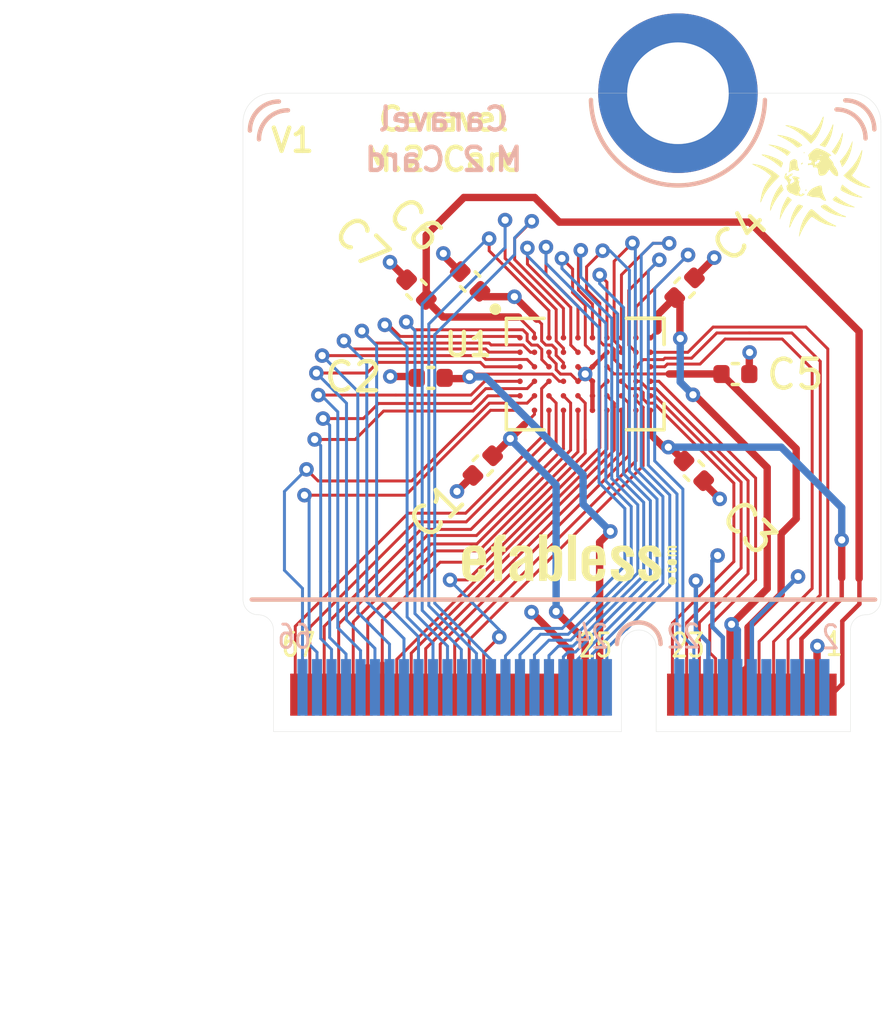
<source format=kicad_pcb>
(kicad_pcb (version 20221018) (generator pcbnew)
  (layers (0 "F.Cu" signal) (1 "In1.Cu" signal "GND") (2 "In2.Cu" signal "PWR") (31 "B.Cu" signal) (34 "B.Paste" user) (35 "F.Paste" user) (36 "B.SilkS" user "B.Silkscreen") (37 "F.SilkS" user "F.Silkscreen") (38 "B.Mask" user) (39 "F.Mask" user) (44 "Edge.Cuts" user))
  (net 0 "")
  (net 1 "GND")
  (net 2 "vccd2")
  (net 3 "vccd1")
  (net 4 "vdda2")
  (net 5 "vdda1")
  (net 6 "vddio")
  (net 7 "vdda")
  (net 8 "vccd")
  (net 14 "~{RST}")
  (net 15 "mprj_io[37]")
  (net 16 "xclk")
  (net 17 "mprj_io[36]")
  (net 18 "Caravel_CSB")
  (net 19 "mprj_io[35]")
  (net 20 "Caravel_D0")
  (net 21 "mprj_io[34]")
  (net 22 "Caravel_D1")
  (net 23 "gpio")
  (net 24 "Caravel_SCK")
  (net 25 "mprj_io[33]")
  (net 26 "mprj_io[32]")
  (net 28 "mprj_io[31]")
  (net 30 "mprj_io[30]")
  (net 32 "mprj_io[29]")
  (net 34 "mprj_io[28]")
  (net 36 "mprj_io[27]")
  (net 37 "mprj_io[0]")
  (net 38 "mprj_io[26]")
  (net 39 "mprj_io[1]_SDO")
  (net 40 "mprj_io[25]")
  (net 41 "mprj_io[2]_SDI")
  (net 42 "mprj_io[24]")
  (net 43 "mprj_io[3]_CSB")
  (net 44 "mprj_io[23]")
  (net 45 "mprj_io[4]_SCK")
  (net 46 "mprj_io[22]")
  (net 47 "mprj_io[5]_ser_rx")
  (net 48 "mprj_io[21]")
  (net 49 "mprj_io[6]_ser_tx")
  (net 50 "mprj_io[20]")
  (net 51 "mprj_io[7]")
  (net 52 "mprj_io[19]")
  (net 53 "mprj_io[8]")
  (net 54 "mprj_io[18]")
  (net 55 "mprj_io[9]")
  (net 56 "mprj_io[17]")
  (net 57 "mprj_io[10]")
  (net 58 "mprj_io[16]")
  (net 59 "mprj_io[11]")
  (net 60 "mprj_io[15]")
  (net 61 "mprj_io[12]")
  (net 62 "mprj_io[14]")
  (net 63 "mprj_io[13]")
  (footprint "Capacitor_SMD:C_0402_1005Metric" (layer "F.Cu") (at 160.542849 170.334934 -45)
    (fp_text reference "C6")
    (fp_text value "0.1uf")
  )
  (footprint "Capacitor_SMD:C_0402_1005Metric" (layer "F.Cu") (at 160.98 176.68 45)
    (fp_text reference "C1")
    (fp_text value "0.1uf")
  )
  (footprint "Caravel_Board:logo_small" (layer "F.Cu") (at 172.289333 166.701566)
    (fp_text reference "T1" hide)
    (fp_text value "Logo" hide)
  )
  (footprint "Capacitor_SMD:C_0402_1005Metric" (layer "F.Cu") (at 168.26 176.86 -45)
    (fp_text reference "C3")
    (fp_text value "0.1uf")
  )
  (footprint "Capacitor_SMD:C_0402_1005Metric" (layer "F.Cu") (at 158.692849 170.614934 -45)
    (fp_text reference "C7")
    (fp_text value "0.1uf")
  )
  (footprint "Caravel_Board:ef_logo" (layer "F.Cu") (at 163.91 179.921401)
    (fp_text reference "T2" hide)
    (fp_text value "Logo" hide)
  )
  (footprint "MicroMod-Sparkfun:MicroMod-M.2-CARD-E-22" (layer "F.Cu") (at 163.761271 185.846951)
    (fp_text reference "J1")
    (fp_text value "MICROMOD-2222-Generic")
    (fp_line (start -11.05 -21) (end -11.05 -4.55) (stroke (width 0.01)) (layer "Edge.Cuts"))
    (fp_line (start -10 0) (end -10 -3.5) (stroke (width 0.01)) (layer "Edge.Cuts"))
    (fp_line (start 2 -2.9) (end 2 0) (stroke (width 0.01)) (layer "Edge.Cuts"))
    (fp_line (start 2 0) (end -10 0) (stroke (width 0.01)) (layer "Edge.Cuts"))
    (fp_line (start 2.2 -22) (end -10.05 -22) (stroke (width 0.01)) (layer "Edge.Cuts"))
    (fp_line (start 3.2 -2.9) (end 3.2 0) (stroke (width 0.01)) (layer "Edge.Cuts"))
    (fp_line (start 9.9 -3.5) (end 9.9 0) (stroke (width 0.01)) (layer "Edge.Cuts"))
    (fp_line (start 9.9 0) (end 3.2 0) (stroke (width 0.01)) (layer "Edge.Cuts"))
    (fp_line (start 9.95 -22) (end 5.7 -22) (stroke (width 0.01)) (layer "Edge.Cuts"))
    (fp_line (start 10.95 -21) (end 10.95 -4.55) (stroke (width 0.01)) (layer "Edge.Cuts"))
    (fp_arc (start -11.05 -21) (mid -10.757106 -21.707106) (end -10.05 -22) (stroke (width 0.01)) (layer "Edge.Cuts"))
    (fp_arc (start -10.525 -4.025) (mid -10.896231 -4.178769) (end -11.05 -4.55) (stroke (width 0.01)) (layer "Edge.Cuts"))
    (fp_arc (start -10.525 -4.025) (mid -10.153769 -3.871231) (end -10 -3.5) (stroke (width 0.01)) (layer "Edge.Cuts"))
    (fp_arc (start 2 -2.9) (mid 2.6 -3.5) (end 3.2 -2.9) (stroke (width 0.01)) (layer "Edge.Cuts"))
    (fp_arc (start 5.7 -22) (mid 3.95 -20.25) (end 2.2 -22) (stroke (width 0.01)) (layer "Edge.Cuts"))
    (fp_arc (start 9.9 -3.5) (mid 10.053769 -3.871231) (end 10.425 -4.025) (stroke (width 0.01)) (layer "Edge.Cuts"))
    (fp_arc (start 9.95 -22) (mid 10.657107 -21.707107) (end 10.95 -21) (stroke (width 0.01)) (layer "Edge.Cuts"))
    (fp_arc (start 10.95 -4.55) (mid 10.796231 -4.178769) (end 10.425 -4.025) (stroke (width 0.01)) (layer "Edge.Cuts"))
  )
  (footprint "Caravel_Board:Caravel_WCSP" (layer "F.Cu") (at 164.512599 173.525184 90)
    (fp_text reference "U1")
    (fp_text value "Caravel")
  )
  (footprint "Capacitor_SMD:C_0402_1005Metric" (layer "F.Cu") (at 167.94 170.55 -135)
    (fp_text reference "C4")
    (fp_text value "0.1uf")
  )
  (footprint "Capacitor_SMD:C_0402_1005Metric" (layer "F.Cu") (at 159.182849 173.657414 180)
    (fp_text reference "C2")
    (fp_text value "0.1uf")
  )
  (footprint "Capacitor_SMD:C_0402_1005Metric" (layer "F.Cu") (at 169.692849 173.524934 180)
    (fp_text reference "C5")
    (fp_text value "0.1uf")
  )
  (gr_text "Caravel" (at 159.63 164.74) (layer "B.SilkS") (effects (font (size 0.8 0.8) (thickness 0.15) bold) (justify mirror)))
  (gr_text "M.2 Card" (at 159.63 166.13) (layer "B.SilkS") (effects (font (size 0.8 0.8) (thickness 0.15) bold) (justify mirror)))
  (gr_text "V1" (at 154.42 165.47) (layer "F.SilkS") (effects (font (size 0.8 0.8) (thickness 0.15) bold)))
  (gr_text "M.2 Card" (at 159.63 166.13) (layer "F.SilkS") (effects (font (size 0.8 0.8) (thickness 0.15) bold)))
  (gr_text "Caravel" (at 159.63 164.74) (layer "F.SilkS") (effects (font (size 0.8 0.8) (thickness 0.15) bold)))
  (segment (start 163.262599 172.923246) (end 163.511839 173.172486) (width 0.1016) (layer "F.Cu") (net 1))
  (segment (start 164.762599 173.775184) (end 164.762599 174.775184) (width 0.1524) (layer "F.Cu") (net 1))
  (segment (start 162.66 181.73) (end 164.010191 183.080191) (width 0.254) (layer "F.Cu") (net 1))
  (segment (start 165.262599 172.775184) (end 164.762599 173.275184) (width 0.1524) (layer "F.Cu") (net 1))
  (segment (start 164.762599 173.275184) (end 164.703099 173.334684) (width 0.1016) (layer "F.Cu") (net 1))
  (segment (start 163.661758 173.527783) (end 164.015198 173.527783) (width 0.1016) (layer "F.Cu") (net 1))
  (segment (start 164.512599 173.525184) (end 164.703099 173.334684) (width 0.1524) (layer "F.Cu") (net 1))
  (segment (start 170.172599 172.790184) (end 170.182599 172.780184) (width 0.254) (layer "F.Cu") (net 1))
  (segment (start 164.512599 173.525184) (end 164.262599 173.275184) (width 0.1524) (layer "F.Cu") (net 1))
  (segment (start 164.512599 173.525184) (end 164.262599 173.775184) (width 0.1524) (layer "F.Cu") (net 1))
  (segment (start 164.512599 173.525184) (end 164.762599 173.775184) (width 0.1524) (layer "F.Cu") (net 1))
  (segment (start 159.62 169.431835) (end 160.203188 170.015023) (width 0.254) (layer "F.Cu") (net 1))
  (segment (start 168.392599 170.100184) (end 168.963099 169.529684) (width 0.254) (layer "F.Cu") (net 1))
  (segment (start 164.010191 183.080191) (end 164.010191 184.574411) (width 0.254) (layer "F.Cu") (net 1))
  (segment (start 160.09 177.57) (end 160.640589 177.019411) (width 0.254) (layer "F.Cu") (net 1))
  (segment (start 163.262599 172.775184) (end 163.262599 172.923246) (width 0.1016) (layer "F.Cu") (net 1))
  (segment (start 158.353188 170.243188) (end 158.353188 170.300773) (width 0.254) (layer "F.Cu") (net 1))
  (segment (start 163.511839 173.377864) (end 163.661758 173.527783) (width 0.1016) (layer "F.Cu") (net 1))
  (segment (start 159.62 169.37) (end 159.62 169.431835) (width 0.254) (layer "F.Cu") (net 1))
  (segment (start 168.963099 169.529684) (end 168.963099 169.514934) (width 0.254) (layer "F.Cu") (net 1))
  (segment (start 169.152809 177.828559) (end 168.594345 177.270095) (width 0.254) (layer "F.Cu") (net 1))
  (segment (start 170.172599 173.550184) (end 170.172599 172.790184) (width 0.254) (layer "F.Cu") (net 1))
  (segment (start 163.511839 173.172486) (end 163.511839 173.377864) (width 0.1016) (layer "F.Cu") (net 1))
  (segment (start 164.015198 173.527783) (end 164.262599 173.775184) (width 0.1016) (layer "F.Cu") (net 1))
  (segment (start 157.79 173.61) (end 158.772783 173.61) (width 0.254) (layer "F.Cu") (net 1))
  (segment (start 157.78 169.67) (end 158.353188 170.243188) (width 0.254) (layer "F.Cu") (net 1))
  (via (at 168.33 180.65) (size 0.5) (drill 0.25) (layers "F.Cu" "B.Cu") (net 1))
  (via (at 157.79 173.61) (size 0.5) (drill 0.25) (layers "F.Cu" "B.Cu") (net 1))
  (via (at 159.62 169.37) (size 0.5) (drill 0.25) (layers "F.Cu" "B.Cu") (net 1))
  (via (at 162.66 181.73) (size 0.5) (drill 0.25) (layers "F.Cu" "B.Cu") (net 1))
  (via (at 171.85405 180.50405) (size 0.5) (drill 0.25) (layers "F.Cu" "B.Cu") (net 1))
  (via (at 170.182599 172.780184) (size 0.5) (drill 0.25) (layers "F.Cu" "B.Cu") (net 1))
  (via (at 164.512599 173.525184) (size 0.5) (drill 0.25) (layers "F.Cu" "B.Cu") (net 1))
  (via (at 168.963099 169.514934) (size 0.5) (drill 0.25) (layers "F.Cu" "B.Cu") (net 1))
  (via (at 157.78 169.67) (size 0.5) (drill 0.25) (layers "F.Cu" "B.Cu") (net 1))
  (via (at 169.152809 177.828559) (size 0.5) (drill 0.25) (layers "F.Cu" "B.Cu") (net 1))
  (via (at 160.09 177.57) (size 0.5) (drill 0.25) (layers "F.Cu" "B.Cu") (net 1))
  (segment (start 168.759991 182.789991) (end 168.759991 184.322951) (width 0.1524) (layer "B.Cu") (net 1))
  (segment (start 171.85405 180.50405) (end 170.261131 182.096969) (width 0.1524) (layer "B.Cu") (net 1))
  (segment (start 170.261131 182.096969) (end 170.261131 184.322951) (width 0.1524) (layer "B.Cu") (net 1))
  (segment (start 168.33 182.36) (end 168.759991 182.789991) (width 0.1524) (layer "B.Cu") (net 1))
  (segment (start 168.33 180.65) (end 168.33 182.36) (width 0.1524) (layer "B.Cu") (net 1))
  (segment (start 170.19 168.29) (end 163.62 168.29) (width 0.254) (layer "F.Cu") (net 2))
  (segment (start 173.97 181.45) (end 173.97 180.58) (width 0.1524) (layer "F.Cu") (net 2))
  (segment (start 159.03 168.74) (end 159.03 170.977586) (width 0.254) (layer "F.Cu") (net 2))
  (segment (start 159.612415 171.56) (end 159.03201 170.979595) (width 0.254) (layer "F.Cu") (net 2))
  (segment (start 162.762599 172.110184) (end 162.762599 172.275184) (width 0.1016) (layer "F.Cu") (net 2))
  (segment (start 173.38 184.203822) (end 173.38 182.04) (width 0.1524) (layer "F.Cu") (net 2))
  (segment (start 162.212415 171.56) (end 162.762599 172.110184) (width 0.1016) (layer "F.Cu") (net 2))
  (segment (start 163.62 168.29) (end 162.77 167.44) (width 0.254) (layer "F.Cu") (net 2))
  (segment (start 162.212415 171.56) (end 159.612415 171.56) (width 0.254) (layer "F.Cu") (net 2))
  (segment (start 160.33 167.44) (end 159.03 168.74) (width 0.254) (layer "F.Cu") (net 2))
  (segment (start 173.96 172.06) (end 170.19 168.29) (width 0.254) (layer "F.Cu") (net 2))
  (segment (start 173.38 182.04) (end 173.97 181.45) (width 0.1524) (layer "F.Cu") (net 2))
  (segment (start 162.77 167.44) (end 160.33 167.44) (width 0.254) (layer "F.Cu") (net 2))
  (segment (start 173.96 180.57) (end 173.96 172.06) (width 0.254) (layer "F.Cu") (net 2))
  (segment (start 173.009411 184.574411) (end 173.38 184.203822) (width 0.1524) (layer "F.Cu") (net 2))
  (segment (start 162.762599 174.916401) (end 162.420099 175.258901) (width 0.1016) (layer "F.Cu") (net 3))
  (segment (start 164.510571 182.710571) (end 164.510571 184.574411) (width 0.254) (layer "F.Cu") (net 3))
  (segment (start 161.338411 176.340589) (end 161.9295 175.7495) (width 0.254) (layer "F.Cu") (net 3))
  (segment (start 163.51 181.71) (end 164.510571 182.710571) (width 0.254) (layer "F.Cu") (net 3))
  (segment (start 161.9295 175.7495) (end 162.420099 175.258901) (width 0.254) (layer "F.Cu") (net 3))
  (segment (start 161.319411 176.340589) (end 161.338411 176.340589) (width 0.254) (layer "F.Cu") (net 3))
  (segment (start 162.762599 174.775184) (end 162.762599 174.916401) (width 0.1016) (layer "F.Cu") (net 3))
  (via (at 163.51 181.71) (size 0.5) (drill 0.25) (layers "F.Cu" "B.Cu") (net 3))
  (via (at 161.9295 175.7495) (size 0.5) (drill 0.25) (layers "F.Cu" "B.Cu") (net 3))
  (segment (start 163.51 177.35) (end 161.9295 175.7695) (width 0.254) (layer "B.Cu") (net 3))
  (segment (start 163.51 181.71) (end 163.51 177.35) (width 0.254) (layer "B.Cu") (net 3))
  (segment (start 161.9295 175.7695) (end 161.9295 175.7495) (width 0.1524) (layer "B.Cu") (net 3))
  (segment (start 170.009671 184.574411) (end 170.009671 183.74114) (width 0.254) (layer "F.Cu") (net 4))
  (segment (start 169.212599 173.550184) (end 169.185 173.522585) (width 0.254) (layer "F.Cu") (net 4))
  (segment (start 165.262599 173.275184) (end 165.51 173.522585) (width 0.1016) (layer "F.Cu") (net 4))
  (segment (start 171.79 178.51) (end 171.79 176.102085) (width 0.254) (layer "F.Cu") (net 4))
  (segment (start 169.185 173.522585) (end 167.410198 173.522585) (width 0.254) (layer "F.Cu") (net 4))
  (segment (start 171.27 179.03) (end 171.79 178.51) (width 0.254) (layer "F.Cu") (net 4))
  (segment (start 171.79 176.102085) (end 169.212849 173.524934) (width 0.254) (layer "F.Cu") (net 4))
  (segment (start 171.27 181.116843) (end 171.27 179.03) (width 0.254) (layer "F.Cu") (net 4))
  (segment (start 165.51 173.522585) (end 167.410198 173.522585) (width 0.1016) (layer "F.Cu") (net 4))
  (segment (start 170.13 182.256843) (end 171.27 181.116843) (width 0.254) (layer "F.Cu") (net 4))
  (segment (start 170.13 183.620811) (end 170.13 182.256843) (width 0.254) (layer "F.Cu") (net 4))
  (segment (start 170.009671 183.74114) (end 170.13 183.620811) (width 0.254) (layer "F.Cu") (net 4))
  (segment (start 165.010951 179.319049) (end 165.010951 182.529049) (width 0.254) (layer "F.Cu") (net 5))
  (segment (start 165.38 178.95) (end 165.4 178.97) (width 0.1524) (layer "F.Cu") (net 5))
  (segment (start 165.010951 182.569049) (end 165.010951 182.63) (width 0.1524) (layer "F.Cu") (net 5))
  (segment (start 165.4 178.97) (end 165.36 178.97) (width 0.254) (layer "F.Cu") (net 5))
  (segment (start 165.36 178.97) (end 165.010951 179.319049) (width 0.254) (layer "F.Cu") (net 5))
  (segment (start 160.522599 173.620184) (end 160.614999 173.527784) (width 0.1016) (layer "F.Cu") (net 5))
  (segment (start 160.522599 173.620184) (end 160.460119 173.682664) (width 0.254) (layer "F.Cu") (net 5))
  (segment (start 160.614999 173.527784) (end 163.374376 173.527784) (width 0.1016) (layer "F.Cu") (net 5))
  (segment (start 163.621776 173.775184) (end 163.762599 173.775184) (width 0.1016) (layer "F.Cu") (net 5))
  (segment (start 160.460119 173.682664) (end 159.785599 173.682664) (width 0.254) (layer "F.Cu") (net 5))
  (segment (start 163.374376 173.527784) (end 163.621776 173.775184) (width 0.1016) (layer "F.Cu") (net 5))
  (segment (start 165.010951 182.529049) (end 165.010951 182.63) (width 0.1524) (layer "F.Cu") (net 5))
  (segment (start 165.010951 182.63) (end 165.010951 184.574411) (width 0.254) (layer "F.Cu") (net 5))
  (via (at 160.522599 173.620184) (size 0.5) (drill 0.25) (layers "F.Cu" "B.Cu") (net 5))
  (via (at 165.38 178.95) (size 0.5) (drill 0.25) (layers "F.Cu" "B.Cu") (net 5))
  (segment (start 164.44 178.01) (end 164.44 176.99) (width 0.254) (layer "B.Cu") (net 5))
  (segment (start 165.38 178.95) (end 164.44 178.01) (width 0.254) (layer "B.Cu") (net 5))
  (segment (start 164.44 176.99) (end 161.070184 173.620184) (width 0.254) (layer "B.Cu") (net 5))
  (segment (start 161.070184 173.620184) (end 160.522599 173.620184) (width 0.254) (layer "B.Cu") (net 5))
  (segment (start 163.762599 173.275184) (end 163.762599 173.135864) (width 0.1016) (layer "F.Cu") (net 6))
  (segment (start 163.367515 172.527783) (end 163.154516 172.527783) (width 0.1016) (layer "F.Cu") (net 6))
  (segment (start 163.762599 173.135864) (end 163.51 172.883265) (width 0.1016) (layer "F.Cu") (net 6))
  (segment (start 163.01 172.383267) (end 163.01 171.8) (width 0.1016) (layer "F.Cu") (net 6))
  (segment (start 172.509031 182.910969) (end 172.509031 184.574411) (width 0.254) (layer "F.Cu") (net 6))
  (segment (start 163.154516 172.527783) (end 163.01 172.383267) (width 0.1016) (layer "F.Cu") (net 6))
  (segment (start 162.070772 170.860773) (end 162.846391 171.636392) (width 0.254) (layer "F.Cu") (net 6))
  (segment (start 163.51 172.670268) (end 163.367515 172.527783) (width 0.1016) (layer "F.Cu") (net 6))
  (segment (start 160.88201 170.699595) (end 161.043188 170.860773) (width 0.254) (layer "F.Cu") (net 6))
  (segment (start 163.51 172.883265) (end 163.51 172.670268) (width 0.1016) (layer "F.Cu") (net 6))
  (segment (start 163.01 171.8) (end 162.846391 171.636392) (width 0.1016) (layer "F.Cu") (net 6))
  (segment (start 161.043188 170.860773) (end 162.070772 170.860773) (width 0.254) (layer "F.Cu") (net 6))
  (via (at 172.52 182.9) (size 0.5) (drill 0.25) (layers "F.Cu" "B.Cu") (net 6))
  (via (at 169.08 179.78) (size 0.5) (drill 0.25) (layers "F.Cu" "B.Cu") (net 6))
  (via (at 162.070772 170.860773) (size 0.5) (drill 0.25) (layers "F.Cu" "B.Cu") (net 6))
  (segment (start 168.9 182.24) (end 169.260371 182.600371) (width 0.1524) (layer "B.Cu") (net 6))
  (segment (start 169.260371 182.600371) (end 169.260371 184.322951) (width 0.1524) (layer "B.Cu") (net 6))
  (segment (start 168.9 179.96) (end 168.9 182.24) (width 0.1524) (layer "B.Cu") (net 6))
  (segment (start 169.08 179.78) (end 168.9 179.96) (width 0.1524) (layer "B.Cu") (net 6))
  (segment (start 167.46 176.06) (end 167.911273 176.511273) (width 0.254) (layer "F.Cu") (net 7))
  (segment (start 166.78941 175.61941) (end 166.78941 175.606995) (width 0.254) (layer "F.Cu") (net 7))
  (segment (start 173.36 181.26) (end 171.97 182.65) (width 0.1524) (layer "F.Cu") (net 7))
  (segment (start 173.36 180.55) (end 173.36 181.26) (width 0.1524) (layer "F.Cu") (net 7))
  (segment (start 167.21575 176.04575) (end 166.78941 175.61941) (width 0.254) (layer "F.Cu") (net 7))
  (segment (start 173.36 179.24) (end 173.36 180.55) (width 0.254) (layer "F.Cu") (net 7))
  (segment (start 166.762599 175.594434) (end 166.762599 174.775184) (width 0.1016) (layer "F.Cu") (net 7))
  (segment (start 171.97 182.65) (end 171.97 184.53322) (width 0.1524) (layer "F.Cu") (net 7))
  (segment (start 171.97 184.53322) (end 172.011191 184.574411) (width 0.1524) (layer "F.Cu") (net 7))
  (via (at 167.38 176.04575) (size 0.5) (drill 0.25) (layers "F.Cu" "B.Cu") (net 7))
  (via (at 173.36 179.24) (size 0.5) (drill 0.25) (layers "F.Cu" "B.Cu") (net 7))
  (segment (start 171.27575 176.04575) (end 167.38 176.04575) (width 0.254) (layer "B.Cu") (net 7))
  (segment (start 173.36 178.13) (end 171.27575 176.04575) (width 0.254) (layer "B.Cu") (net 7))
  (segment (start 173.36 179.24) (end 173.36 178.13) (width 0.254) (layer "B.Cu") (net 7))
  (segment (start 167.02 171.472783) (end 167.02 172.017783) (width 0.254) (layer "F.Cu") (net 8))
  (segment (start 168.28 174.24) (end 168.23 174.24) (width 0.254) (layer "F.Cu") (net 8))
  (segment (start 166.762599 172.275184) (end 166.995099 172.042684) (width 0.1016) (layer "F.Cu") (net 8))
  (segment (start 167.02 172.017783) (end 166.995099 172.042684) (width 0.254) (layer "F.Cu") (net 8))
  (segment (start 169.56 182.15) (end 169.509291 182.200709) (width 0.254) (layer "F.Cu") (net 8))
  (segment (start 167.78 171.068822) (end 167.78 172.29) (width 0.254) (layer "F.Cu") (net 8))
  (segment (start 170.79 180.92) (end 170.79 176.75) (width 0.254) (layer "F.Cu") (net 8))
  (segment (start 167.78 172.29) (end 167.79 172.3) (width 0.254) (layer "F.Cu") (net 8))
  (segment (start 167.713777 170.779006) (end 167.02 171.472783) (width 0.254) (layer "F.Cu") (net 8))
  (segment (start 170.79 176.75) (end 168.28 174.24) (width 0.254) (layer "F.Cu") (net 8))
  (segment (start 167.600589 170.889411) (end 167.78 171.068822) (width 0.254) (layer "F.Cu") (net 8))
  (segment (start 169.509291 182.200709) (end 169.509291 184.574411) (width 0.254) (layer "F.Cu") (net 8))
  (segment (start 169.56 182.15) (end 170.79 180.92) (width 0.254) (layer "F.Cu") (net 8))
  (via (at 167.79 172.3) (size 0.5) (drill 0.25) (layers "F.Cu" "B.Cu") (net 8))
  (via (at 168.23 174.24) (size 0.5) (drill 0.25) (layers "F.Cu" "B.Cu") (net 8))
  (via (at 169.56 182.15) (size 0.5) (drill 0.25) (layers "F.Cu" "B.Cu") (net 8))
  (segment (start 167.79 173.8) (end 168.23 174.24) (width 0.254) (layer "B.Cu") (net 8))
  (segment (start 169.56 182.15) (end 169.760751 182.350751) (width 0.254) (layer "B.Cu") (net 8))
  (segment (start 169.760751 182.350751) (end 169.760751 184.322951) (width 0.254) (layer "B.Cu") (net 8))
  (segment (start 167.79 172.3) (end 167.79 173.8) (width 0.254) (layer "B.Cu") (net 8))
  (segment (start 168.9232 171.9068) (end 172.1268 171.9068) (width 0.1016) (layer "F.Cu") (net 14))
  (segment (start 171.510811 182.680109) (end 171.510811 184.574411) (width 0.1016) (layer "F.Cu") (net 14))
  (segment (start 172.1268 171.9068) (end 172.88 172.66) (width 0.1016) (layer "F.Cu") (net 14))
  (segment (start 172.88 172.66) (end 172.88 181.31) (width 0.1016) (layer "F.Cu") (net 14))
  (segment (start 172.23 181.96) (end 172.23 181.96092) (width 0.1016) (layer "F.Cu") (net 14))
  (segment (start 172.23 181.96092) (end 171.510811 182.680109) (width 0.1016) (layer "F.Cu") (net 14))
  (segment (start 172.88 181.31) (end 172.23 181.96) (width 0.1016) (layer "F.Cu") (net 14))
  (segment (start 166.762599 172.775184) (end 168.054816 172.775184) (width 0.1016) (layer "F.Cu") (net 14))
  (segment (start 168.054816 172.775184) (end 168.9232 171.9068) (width 0.1016) (layer "F.Cu") (net 14))
  (segment (start 166.262599 171.217401) (end 166.262599 172.275184) (width 0.1016) (layer "F.Cu") (net 15))
  (segment (start 168.06 169.42) (end 166.262599 171.217401) (width 0.1016) (layer "F.Cu") (net 15))
  (via (at 168.06 169.42) (size 0.5) (drill 0.25) (layers "F.Cu" "B.Cu") (net 15))
  (segment (start 166.91 176.52) (end 167.8814 177.4914) (width 0.1016) (layer "B.Cu") (net 15))
  (segment (start 168.259611 182.939611) (end 168.259611 184.322951) (width 0.1016) (layer "B.Cu") (net 15))
  (segment (start 167.8814 177.4914) (end 167.8814 182.5614) (width 0.1016) (layer "B.Cu") (net 15))
  (segment (start 168.06 169.42) (end 166.91 170.57) (width 0.1016) (layer "B.Cu") (net 15))
  (segment (start 166.91 170.57) (end 166.91 176.52) (width 0.1016) (layer "B.Cu") (net 15))
  (segment (start 167.8814 182.5614) (end 168.259611 182.939611) (width 0.1016) (layer "B.Cu") (net 15))
  (segment (start 171.64 172.11) (end 170.155906 172.11) (width 0.1016) (layer "F.Cu") (net 16))
  (segment (start 172.62 181.14) (end 172.62 173.09) (width 0.1016) (layer "F.Cu") (net 16))
  (segment (start 168.181605 172.978395) (end 169.05 172.11) (width 0.1016) (layer "F.Cu") (net 16))
  (segment (start 169.05 172.11) (end 170.21 172.11) (width 0.1016) (layer "F.Cu") (net 16))
  (segment (start 172.62 173.09) (end 171.64 172.11) (width 0.1016) (layer "F.Cu") (net 16))
  (segment (start 167.26177 172.978395) (end 168.181605 172.978395) (width 0.1016) (layer "F.Cu") (net 16))
  (segment (start 171.010431 184.574411) (end 171.010431 182.749569) (width 0.1016) (layer "F.Cu") (net 16))
  (segment (start 166.51 173.027783) (end 167.212382 173.027783) (width 0.1016) (layer "F.Cu") (net 16))
  (segment (start 167.212382 173.027783) (end 167.26177 172.978395) (width 0.1016) (layer "F.Cu") (net 16))
  (segment (start 166.262599 173.275184) (end 166.51 173.027783) (width 0.1016) (layer "F.Cu") (net 16))
  (segment (start 171.010431 182.749569) (end 172.62 181.14) (width 0.1016) (layer "F.Cu") (net 16))
  (segment (start 167.069744 169.589915) (end 166.015198 170.644461) (width 0.1016) (layer "F.Cu") (net 17))
  (segment (start 166.015198 170.644461) (end 166.015198 172.527783) (width 0.1016) (layer "F.Cu") (net 17))
  (segment (start 166.015198 172.527783) (end 166.262599 172.775184) (width 0.1016) (layer "F.Cu") (net 17))
  (via (at 167.069744 169.589915) (size 0.5) (drill 0.25) (layers "F.Cu" "B.Cu") (net 17))
  (segment (start 166.69 176.67) (end 167.6782 177.6582) (width 0.1016) (layer "B.Cu") (net 17))
  (segment (start 167.069744 169.589915) (end 166.69 169.969659) (width 0.1016) (layer "B.Cu") (net 17))
  (segment (start 167.6782 177.6582) (end 167.6782 184.24192) (width 0.1016) (layer "B.Cu") (net 17))
  (segment (start 166.69 169.969659) (end 166.69 176.67) (width 0.1016) (layer "B.Cu") (net 17))
  (segment (start 167.6782 184.24192) (end 167.759231 184.322951) (width 0.1016) (layer "B.Cu") (net 17))
  (segment (start 167.345942 173.181606) (end 167.252364 173.275184) (width 0.1016) (layer "F.Cu") (net 18))
  (segment (start 167.252364 173.275184) (end 166.762599 173.275184) (width 0.1016) (layer "F.Cu") (net 18))
  (segment (start 172.34 173.35) (end 171.31 172.32) (width 0.1016) (layer "F.Cu") (net 18))
  (segment (start 172.34 180.912632) (end 172.34 173.35) (width 0.1016) (layer "F.Cu") (net 18))
  (segment (start 170.510051 182.742581) (end 172.34 180.912632) (width 0.1016) (layer "F.Cu") (net 18))
  (segment (start 168.474302 173.181606) (end 167.345942 173.181606) (width 0.1016) (layer "F.Cu") (net 18))
  (segment (start 171.31 172.32) (end 169.335908 172.32) (width 0.1016) (layer "F.Cu") (net 18))
  (segment (start 169.335908 172.32) (end 168.474302 173.181606) (width 0.1016) (layer "F.Cu") (net 18))
  (segment (start 170.510051 184.574411) (end 170.510051 182.742581) (width 0.1016) (layer "F.Cu") (net 18))
  (segment (start 166.85 169.02) (end 165.762599 170.107401) (width 0.1016) (layer "F.Cu") (net 19))
  (segment (start 165.762599 170.107401) (end 165.762599 172.275184) (width 0.1016) (layer "F.Cu") (net 19))
  (segment (start 167.41 169.02) (end 166.85 169.02) (width 0.1016) (layer "F.Cu") (net 19))
  (via (at 167.41 169.02) (size 0.5) (drill 0.25) (layers "F.Cu" "B.Cu") (net 19))
  (segment (start 166.444116 176.711484) (end 167.43 177.697368) (width 0.1016) (layer "B.Cu") (net 19))
  (segment (start 166.444116 169.425884) (end 166.444116 176.711484) (width 0.1016) (layer "B.Cu") (net 19))
  (segment (start 165.943396 182.316604) (end 165.897792 182.342933) (width 0.1016) (layer "B.Cu") (net 19))
  (segment (start 167.41 169.02) (end 166.85 169.02) (width 0.1016) (layer "B.Cu") (net 19))
  (segment (start 166.85 169.02) (end 166.444116 169.425884) (width 0.1016) (layer "B.Cu") (net 19))
  (segment (start 167.43 180.83) (end 165.943396 182.316604) (width 0.1016) (layer "B.Cu") (net 19))
  (segment (start 165.259871 182.980854) (end 165.259871 184.322951) (width 0.1016) (layer "B.Cu") (net 19))
  (segment (start 165.897792 182.342933) (end 165.259871 182.980854) (width 0.1016) (layer "B.Cu") (net 19))
  (segment (start 167.43 177.697368) (end 167.43 180.83) (width 0.1016) (layer "B.Cu") (net 19))
  (segment (start 169.008911 184.574411) (end 169.008911 183.328911) (width 0.1016) (layer "F.Cu") (net 20))
  (segment (start 169.008911 183.328911) (end 168.81 183.13) (width 0.1016) (layer "F.Cu") (net 20))
  (segment (start 168.81 182.19) (end 170.39 180.61) (width 0.1016) (layer "F.Cu") (net 20))
  (segment (start 170.39 177.11) (end 167.055184 173.775184) (width 0.1016) (layer "F.Cu") (net 20))
  (segment (start 167.055184 173.775184) (end 166.762599 173.775184) (width 0.1016) (layer "F.Cu") (net 20))
  (segment (start 168.81 183.13) (end 168.81 182.19) (width 0.1016) (layer "F.Cu") (net 20))
  (segment (start 170.39 180.61) (end 170.39 177.11) (width 0.1016) (layer "F.Cu") (net 20))
  (segment (start 165.508147 172.379512) (end 165.762599 172.633964) (width 0.1016) (layer "F.Cu") (net 21))
  (segment (start 165.762599 172.633964) (end 165.762599 172.775184) (width 0.1016) (layer "F.Cu") (net 21))
  (segment (start 166.14 169.01) (end 165.509999 169.640001) (width 0.1016) (layer "F.Cu") (net 21))
  (segment (start 165.509999 169.640001) (end 165.509999 172.377661) (width 0.1016) (layer "F.Cu") (net 21))
  (segment (start 165.509999 172.377661) (end 165.508147 172.379512) (width 0.1016) (layer "F.Cu") (net 21))
  (via (at 166.14 169.01) (size 0.5) (drill 0.25) (layers "F.Cu" "B.Cu") (net 21))
  (segment (start 166.14 169.01) (end 166.240916 169.110916) (width 0.1016) (layer "B.Cu") (net 21))
  (segment (start 166.240916 176.795652) (end 167.1932 177.747936) (width 0.1016) (layer "B.Cu") (net 21))
  (segment (start 166.240916 169.110916) (end 166.240916 176.795652) (width 0.1016) (layer "B.Cu") (net 21))
  (segment (start 167.1932 177.747936) (end 167.1932 180.7368) (width 0.1016) (layer "B.Cu") (net 21))
  (segment (start 167.1932 180.7368) (end 164.759491 183.170509) (width 0.1016) (layer "B.Cu") (net 21))
  (segment (start 164.759491 183.170509) (end 164.759491 184.322951) (width 0.1016) (layer "B.Cu") (net 21))
  (segment (start 170.13 177.201666) (end 170.13 180.41) (width 0.1016) (layer "F.Cu") (net 22))
  (segment (start 166.408899 173.775184) (end 166.661497 174.027784) (width 0.1016) (layer "F.Cu") (net 22))
  (segment (start 166.956118 174.027784) (end 170.13 177.201666) (width 0.1016) (layer "F.Cu") (net 22))
  (segment (start 168.45 184.51334) (end 168.511071 184.574411) (width 0.1016) (layer "F.Cu") (net 22))
  (segment (start 166.262599 173.775184) (end 166.408899 173.775184) (width 0.1016) (layer "F.Cu") (net 22))
  (segment (start 168.45 182.09) (end 168.45 184.51334) (width 0.1016) (layer "F.Cu") (net 22))
  (segment (start 166.661497 174.027784) (end 166.956118 174.027784) (width 0.1016) (layer "F.Cu") (net 22))
  (segment (start 170.13 180.41) (end 168.45 182.09) (width 0.1016) (layer "F.Cu") (net 22))
  (segment (start 166.91615 174.275184) (end 166.762599 174.275184) (width 0.1016) (layer "F.Cu") (net 23))
  (segment (start 168.010691 182.089309) (end 168.010691 184.574411) (width 0.1016) (layer "F.Cu") (net 23))
  (segment (start 169.715483 177.074517) (end 169.89 177.249034) (width 0.1016) (layer "F.Cu") (net 23))
  (segment (start 169.89 177.249034) (end 169.89 180.21) (width 0.1016) (layer "F.Cu") (net 23))
  (segment (start 169.89 180.21) (end 168.010691 182.089309) (width 0.1016) (layer "F.Cu") (net 23))
  (segment (start 169.795483 177.154517) (end 166.91615 174.275184) (width 0.1016) (layer "F.Cu") (net 23))
  (segment (start 169.64 177.286402) (end 166.881381 174.527783) (width 0.1016) (layer "F.Cu") (net 24))
  (segment (start 166.514119 174.167787) (end 166.374115 174.027783) (width 0.1016) (layer "F.Cu") (net 24))
  (segment (start 167.52 184.564722) (end 167.52 182.11) (width 0.1016) (layer "F.Cu") (net 24))
  (segment (start 166.374115 174.027783) (end 166.015198 174.027783) (width 0.1016) (layer "F.Cu") (net 24))
  (segment (start 166.655658 174.527783) (end 166.514119 174.386244) (width 0.1016) (layer "F.Cu") (net 24))
  (segment (start 167.52 182.11) (end 169.64 179.99) (width 0.1016) (layer "F.Cu") (net 24))
  (segment (start 166.881381 174.527783) (end 166.655658 174.527783) (width 0.1016) (layer "F.Cu") (net 24))
  (segment (start 169.64 179.99) (end 169.64 177.286402) (width 0.1016) (layer "F.Cu") (net 24))
  (segment (start 166.015198 174.027783) (end 165.762599 173.775184) (width 0.1016) (layer "F.Cu") (net 24))
  (segment (start 167.510311 184.574411) (end 167.52 184.564722) (width 0.1016) (layer "F.Cu") (net 24))
  (segment (start 166.514119 174.386244) (end 166.514119 174.167787) (width 0.1016) (layer "F.Cu") (net 24))
  (segment (start 165.015198 172.393937) (end 165.143846 172.522585) (width 0.1016) (layer "F.Cu") (net 25))
  (segment (start 165.143846 172.522585) (end 165.363838 172.522585) (width 0.1016) (layer "F.Cu") (net 25))
  (segment (start 165.115 169.275) (end 164.56 169.83) (width 0.1016) (layer "F.Cu") (net 25))
  (segment (start 165.515198 173.027783) (end 165.762599 173.275184) (width 0.1016) (layer "F.Cu") (net 25))
  (segment (start 164.56 169.83) (end 164.56 170.625788) (width 0.1016) (layer "F.Cu") (net 25))
  (segment (start 165.363838 172.522585) (end 165.515198 172.673945) (width 0.1016) (layer "F.Cu") (net 25))
  (segment (start 165.515198 172.673945) (end 165.515198 173.027783) (width 0.1016) (layer "F.Cu") (net 25))
  (segment (start 165.015198 171.080986) (end 165.015198 172.393937) (width 0.1016) (layer "F.Cu") (net 25))
  (segment (start 164.56 170.625788) (end 165.015198 171.080986) (width 0.1016) (layer "F.Cu") (net 25))
  (via (at 165.115 169.275) (size 0.5) (drill 0.25) (layers "F.Cu" "B.Cu") (net 25))
  (segment (start 166.99 180.62) (end 164.259111 183.350889) (width 0.1016) (layer "B.Cu") (net 25))
  (segment (start 165.365 169.275) (end 166.037716 169.947716) (width 0.1016) (layer "B.Cu") (net 25))
  (segment (start 164.259111 183.350889) (end 164.259111 184.322951) (width 0.1016) (layer "B.Cu") (net 25))
  (segment (start 166.99 177.832104) (end 166.99 180.62) (width 0.1016) (layer "B.Cu") (net 25))
  (segment (start 165.115 169.275) (end 165.365 169.275) (width 0.1016) (layer "B.Cu") (net 25))
  (segment (start 166.037716 176.87982) (end 166.99 177.832104) (width 0.1016) (layer "B.Cu") (net 25))
  (segment (start 166.037716 169.947716) (end 166.037716 176.87982) (width 0.1016) (layer "B.Cu") (net 25))
  (segment (start 165.0119 170.11) (end 165.262599 170.360699) (width 0.1016) (layer "F.Cu") (net 26))
  (segment (start 165.262599 170.360699) (end 165.262599 172.275184) (width 0.1016) (layer "F.Cu") (net 26))
  (via (at 165.0119 170.11) (size 0.5) (drill 0.25) (layers "F.Cu" "B.Cu") (net 26))
  (segment (start 166.76 180.52) (end 164.1768 183.1032) (width 0.1016) (layer "B.Cu") (net 26))
  (segment (start 165.0119 170.11) (end 165.0119 170.4119) (width 0.1016) (layer "B.Cu") (net 26))
  (segment (start 165.834516 176.963988) (end 166.76 177.889472) (width 0.1016) (layer "B.Cu") (net 26))
  (segment (start 163.9268 183.1032) (end 163.761271 183.268729) (width 0.1016) (layer "B.Cu") (net 26))
  (segment (start 166.76 177.889472) (end 166.76 180.52) (width 0.1016) (layer "B.Cu") (net 26))
  (segment (start 163.761271 183.268729) (end 163.761271 184.322951) (width 0.1016) (layer "B.Cu") (net 26))
  (segment (start 165.0119 170.4119) (end 165.834516 171.234516) (width 0.1016) (layer "B.Cu") (net 26))
  (segment (start 165.834516 171.234516) (end 165.834516 176.963988) (width 0.1016) (layer "B.Cu") (net 26))
  (segment (start 164.1768 183.1032) (end 163.9268 183.1032) (width 0.1016) (layer "B.Cu") (net 26))
  (segment (start 164.36 169.26) (end 164.28 169.34) (width 0.1016) (layer "F.Cu") (net 28))
  (segment (start 164.28 170.633141) (end 164.762599 171.11574) (width 0.1016) (layer "F.Cu") (net 28))
  (segment (start 164.28 169.34) (end 164.28 170.633141) (width 0.1016) (layer "F.Cu") (net 28))
  (segment (start 164.762599 171.11574) (end 164.762599 172.275184) (width 0.1016) (layer "F.Cu") (net 28))
  (via (at 164.36 169.26) (size 0.5) (drill 0.25) (layers "F.Cu" "B.Cu") (net 28))
  (segment (start 165.631316 171.451316) (end 165.631316 177.048156) (width 0.1016) (layer "B.Cu") (net 28))
  (segment (start 163.263431 183.226569) (end 163.263431 184.322951) (width 0.1016) (layer "B.Cu") (net 28))
  (segment (start 163.59 182.9) (end 163.263431 183.226569) (width 0.1016) (layer "B.Cu") (net 28))
  (segment (start 166.53 177.94684) (end 166.53 180.462632) (width 0.1016) (layer "B.Cu") (net 28))
  (segment (start 164.092632 182.9) (end 163.59 182.9) (width 0.1016) (layer "B.Cu") (net 28))
  (segment (start 164.36 169.26) (end 164.36 170.18) (width 0.1016) (layer "B.Cu") (net 28))
  (segment (start 164.36 170.18) (end 165.631316 171.451316) (width 0.1016) (layer "B.Cu") (net 28))
  (segment (start 166.53 180.462632) (end 164.092632 182.9) (width 0.1016) (layer "B.Cu") (net 28))
  (segment (start 165.631316 177.048156) (end 166.53 177.94684) (width 0.1016) (layer "B.Cu") (net 28))
  (segment (start 164.762599 172.775184) (end 164.515198 172.527783) (width 0.1016) (layer "F.Cu") (net 30))
  (segment (start 164.515198 172.527783) (end 164.515198 171.155707) (width 0.1016) (layer "F.Cu") (net 30))
  (segment (start 164.515198 171.155707) (end 164.0768 170.717309) (width 0.1016) (layer "F.Cu") (net 30))
  (segment (start 164.0768 170.717309) (end 164.0768 169.9068) (width 0.1016) (layer "F.Cu") (net 30))
  (segment (start 164.0768 169.9068) (end 163.71 169.54) (width 0.1016) (layer "F.Cu") (net 30))
  (via (at 163.71 169.54) (size 0.5) (drill 0.25) (layers "F.Cu" "B.Cu") (net 30))
  (segment (start 165.428116 171.608116) (end 165.428116 177.132324) (width 0.1016) (layer "B.Cu") (net 30))
  (segment (start 165.428116 177.132324) (end 166.3268 178.031008) (width 0.1016) (layer "B.Cu") (net 30))
  (segment (start 166.3268 180.378464) (end 164.008464 182.6968) (width 0.1016) (layer "B.Cu") (net 30))
  (segment (start 163.71 169.54) (end 163.71 169.89) (width 0.1016) (layer "B.Cu") (net 30))
  (segment (start 163.2632 182.6968) (end 162.763051 183.196949) (width 0.1016) (layer "B.Cu") (net 30))
  (segment (start 164.008464 182.6968) (end 163.2632 182.6968) (width 0.1016) (layer "B.Cu") (net 30))
  (segment (start 162.763051 183.196949) (end 162.763051 184.322951) (width 0.1016) (layer "B.Cu") (net 30))
  (segment (start 163.71 169.89) (end 165.428116 171.608116) (width 0.1016) (layer "B.Cu") (net 30))
  (segment (start 166.3268 178.031008) (end 166.3268 180.378464) (width 0.1016) (layer "B.Cu") (net 30))
  (segment (start 163.16 169.15) (end 163.16 170.087908) (width 0.1016) (layer "F.Cu") (net 32))
  (segment (start 163.16 170.087908) (end 163.401046 170.328954) (width 0.1016) (layer "F.Cu") (net 32))
  (segment (start 163.401046 170.328954) (end 164.262599 171.190506) (width 0.1016) (layer "F.Cu") (net 32))
  (segment (start 164.262599 171.190506) (end 164.262599 172.275184) (width 0.1016) (layer "F.Cu") (net 32))
  (via (at 163.16 169.15) (size 0.5) (drill 0.25) (layers "F.Cu" "B.Cu") (net 32))
  (segment (start 162.262671 183.197329) (end 162.9664 182.4936) (width 0.1016) (layer "B.Cu") (net 32))
  (segment (start 166.1 178.091576) (end 165.224916 177.216492) (width 0.1016) (layer "B.Cu") (net 32))
  (segment (start 162.9664 182.4936) (end 163.924296 182.4936) (width 0.1016) (layer "B.Cu") (net 32))
  (segment (start 163.16 169.71) (end 163.16 169.15) (width 0.1016) (layer "B.Cu") (net 32))
  (segment (start 165.224916 171.774916) (end 163.16 169.71) (width 0.1016) (layer "B.Cu") (net 32))
  (segment (start 165.224916 177.216492) (end 165.224916 171.774916) (width 0.1016) (layer "B.Cu") (net 32))
  (segment (start 166.1 180.317896) (end 166.1 178.091576) (width 0.1016) (layer "B.Cu") (net 32))
  (segment (start 162.262671 184.322951) (end 162.262671 183.197329) (width 0.1016) (layer "B.Cu") (net 32))
  (segment (start 163.924296 182.4936) (end 166.1 180.317896) (width 0.1016) (layer "B.Cu") (net 32))
  (segment (start 164.015198 171.230488) (end 164.015198 172.527783) (width 0.1016) (layer "F.Cu") (net 34))
  (segment (start 164.015198 172.527783) (end 164.262599 172.775184) (width 0.1016) (layer "F.Cu") (net 34))
  (segment (start 164.015184 171.230488) (end 164.015198 171.230488) (width 0.1016) (layer "F.Cu") (net 34))
  (segment (start 162.52 169.18) (end 162.52 169.735304) (width 0.1016) (layer "F.Cu") (net 34))
  (segment (start 162.52 169.735304) (end 164.015184 171.230488) (width 0.1016) (layer "F.Cu") (net 34))
  (via (at 162.52 169.18) (size 0.5) (drill 0.25) (layers "F.Cu" "B.Cu") (net 34))
  (segment (start 163.7196 182.2904) (end 162.7096 182.2904) (width 0.1016) (layer "B.Cu") (net 34))
  (segment (start 165.88 180.13) (end 163.7196 182.2904) (width 0.1016) (layer "B.Cu") (net 34))
  (segment (start 165.88 178.158944) (end 165.88 180.13) (width 0.1016) (layer "B.Cu") (net 34))
  (segment (start 164.99 171.924298) (end 164.99 177.268944) (width 0.1016) (layer "B.Cu") (net 34))
  (segment (start 161.762291 183.27) (end 161.762291 184.322951) (width 0.1016) (layer "B.Cu") (net 34))
  (segment (start 162.7096 182.2904) (end 161.762291 183.237709) (width 0.1016) (layer "B.Cu") (net 34))
  (segment (start 164.99 177.268944) (end 165.88 178.158944) (width 0.1016) (layer "B.Cu") (net 34))
  (segment (start 162.52 169.18) (end 162.52 169.454298) (width 0.1016) (layer "B.Cu") (net 34))
  (segment (start 162.52 169.454298) (end 164.99 171.924298) (width 0.1016) (layer "B.Cu") (net 34))
  (segment (start 162.08 168.85) (end 162.08 169.582673) (width 0.1016) (layer "F.Cu") (net 36))
  (segment (start 162.08 169.582673) (end 163.762599 171.265272) (width 0.1016) (layer "F.Cu") (net 36))
  (segment (start 162.67 168.26) (end 162.08 168.85) (width 0.1016) (layer "F.Cu") (net 36))
  (segment (start 163.762599 171.265272) (end 163.762599 172.275184) (width 0.1016) (layer "F.Cu") (net 36))
  (via (at 162.67 168.26) (size 0.5) (drill 0.25) (layers "F.Cu" "B.Cu") (net 36))
  (segment (start 161.261911 183.364543) (end 161.261911 184.322951) (width 0.1016) (layer "B.Cu") (net 36))
  (segment (start 159.3232 172.1668) (end 159.3232 181.425832) (width 0.1016) (layer "B.Cu") (net 36))
  (segment (start 162.65 168.26) (end 162.08 168.83) (width 0.1016) (layer "B.Cu") (net 36))
  (segment (start 162.67 168.26) (end 162.65 168.26) (width 0.1016) (layer "B.Cu") (net 36))
  (segment (start 159.3232 181.425832) (end 161.261911 183.364543) (width 0.1016) (layer "B.Cu") (net 36))
  (segment (start 162.08 169.41) (end 159.3232 172.1668) (width 0.1016) (layer "B.Cu") (net 36))
  (segment (start 162.08 168.83) (end 162.08 169.41) (width 0.1016) (layer "B.Cu") (net 36))
  (segment (start 161.012991 183.127009) (end 161.012991 184.574411) (width 0.1016) (layer "F.Cu") (net 37))
  (segment (start 160.46 180.62) (end 165.015199 176.064801) (width 0.1016) (layer "F.Cu") (net 37))
  (segment (start 165.015199 174.022584) (end 165.262599 173.775184) (width 0.1016) (layer "F.Cu") (net 37))
  (segment (start 165.015199 176.064801) (end 165.015199 174.022584) (width 0.1016) (layer "F.Cu") (net 37))
  (segment (start 159.85 180.62) (end 160.46 180.62) (width 0.1016) (layer "F.Cu") (net 37))
  (segment (start 161.55 182.59) (end 161.012991 183.127009) (width 0.1016) (layer "F.Cu") (net 37))
  (via (at 159.85 180.62) (size 0.5) (drill 0.25) (layers "F.Cu" "B.Cu") (net 37))
  (via (at 161.55 182.59) (size 0.5) (drill 0.25) (layers "F.Cu" "B.Cu") (net 37))
  (segment (start 159.85 180.64) (end 159.85 180.62) (width 0.1016) (layer "B.Cu") (net 37))
  (segment (start 161.55 182.34) (end 159.85 180.64) (width 0.1016) (layer "B.Cu") (net 37))
  (segment (start 161.55 182.59) (end 161.55 182.34) (width 0.1016) (layer "B.Cu") (net 37))
  (segment (start 163.511839 171.301895) (end 163.511839 172.384725) (width 0.1016) (layer "F.Cu") (net 38))
  (segment (start 163.762599 172.635485) (end 163.762599 172.775184) (width 0.1016) (layer "F.Cu") (net 38))
  (segment (start 161.75 168.22) (end 161.75 169.540056) (width 0.1016) (layer "F.Cu") (net 38))
  (segment (start 161.75 169.540056) (end 163.511839 171.301895) (width 0.1016) (layer "F.Cu") (net 38))
  (segment (start 163.511839 172.384725) (end 163.762599 172.635485) (width 0.1016) (layer "F.Cu") (net 38))
  (via (at 161.75 168.22) (size 0.5) (drill 0.25) (layers "F.Cu" "B.Cu") (net 38))
  (segment (start 159.12 181.51) (end 160.761531 183.151531) (width 0.1016) (layer "B.Cu") (net 38))
  (segment (start 160.761531 183.151531) (end 160.761531 184.322951) (width 0.1016) (layer "B.Cu") (net 38))
  (segment (start 161.75 168.22) (end 161.75 169.17) (width 0.1016) (layer "B.Cu") (net 38))
  (segment (start 159.12 171.8) (end 159.12 181.51) (width 0.1016) (layer "B.Cu") (net 38))
  (segment (start 161.75 169.17) (end 159.12 171.8) (width 0.1016) (layer "B.Cu") (net 38))
  (segment (start 160.512611 182.687389) (end 166.51 176.69) (width 0.1016) (layer "F.Cu") (net 39))
  (segment (start 166.262599 174.275184) (end 166.262599 174.422106) (width 0.1016) (layer "F.Cu") (net 39))
  (segment (start 166.262599 174.422106) (end 166.515199 174.674706) (width 0.1016) (layer "F.Cu") (net 39))
  (segment (start 166.51 176.69) (end 166.51 176.1) (width 0.1016) (layer "F.Cu") (net 39))
  (segment (start 160.512611 184.574411) (end 160.512611 182.687389) (width 0.1016) (layer "F.Cu") (net 39))
  (segment (start 166.515199 174.674706) (end 166.51001 174.679895) (width 0.1016) (layer "F.Cu") (net 39))
  (segment (start 166.51001 174.679895) (end 166.51001 176.10001) (width 0.1016) (layer "F.Cu") (net 39))
  (segment (start 161.2 168.86) (end 161.2 169.277438) (width 0.1016) (layer "F.Cu") (net 40))
  (segment (start 161.2 169.277438) (end 161.411281 169.488719) (width 0.1016) (layer "F.Cu") (net 40))
  (segment (start 161.411281 169.488719) (end 163.262599 171.340038) (width 0.1016) (layer "F.Cu") (net 40))
  (segment (start 163.262599 171.340038) (end 163.262599 172.275184) (width 0.1016) (layer "F.Cu") (net 40))
  (via (at 161.2 168.86) (size 0.5) (drill 0.25) (layers "F.Cu" "B.Cu") (net 40))
  (segment (start 160.24 183.02) (end 158.89 181.67) (width 0.1016) (layer "B.Cu") (net 40))
  (segment (start 160.24 184.29926) (end 160.24 183.02) (width 0.1016) (layer "B.Cu") (net 40))
  (segment (start 158.89 171.11) (end 161.14 168.86) (width 0.1016) (layer "B.Cu") (net 40))
  (segment (start 160.263691 184.322951) (end 160.24 184.29926) (width 0.1016) (layer "B.Cu") (net 40))
  (segment (start 161.14 168.86) (end 161.2 168.86) (width 0.1016) (layer "B.Cu") (net 40))
  (segment (start 158.89 181.67) (end 158.89 171.11) (width 0.1016) (layer "B.Cu") (net 40))
  (segment (start 166.262599 176.517401) (end 160.012231 182.767769) (width 0.1016) (layer "F.Cu") (net 41))
  (segment (start 166.262599 174.775184) (end 166.262599 176.517401) (width 0.1016) (layer "F.Cu") (net 41))
  (segment (start 160.012231 182.767769) (end 160.012231 184.574411) (width 0.1016) (layer "F.Cu") (net 41))
  (segment (start 162.363654 172) (end 162.514901 172.151247) (width 0.1016) (layer "F.Cu") (net 42))
  (segment (start 158.71 172) (end 162.363654 172) (width 0.1016) (layer "F.Cu") (net 42))
  (segment (start 163.015198 173.027783) (end 163.015198 172.675846) (width 0.1016) (layer "F.Cu") (net 42))
  (segment (start 162.867136 172.527783) (end 162.665321 172.527783) (width 0.1016) (layer "F.Cu") (net 42))
  (segment (start 163.015198 172.675846) (end 162.867136 172.527783) (width 0.1016) (layer "F.Cu") (net 42))
  (segment (start 162.51 172.372462) (end 162.51 172.144953) (width 0.1016) (layer "F.Cu") (net 42))
  (segment (start 163.262599 173.275184) (end 163.015198 173.027783) (width 0.1016) (layer "F.Cu") (net 42))
  (segment (start 158.34 171.73) (end 158.61 172) (width 0.1016) (layer "F.Cu") (net 42))
  (segment (start 162.665321 172.527783) (end 162.51 172.372462) (width 0.1016) (layer "F.Cu") (net 42))
  (segment (start 158.61 172) (end 158.71 172) (width 0.1016) (layer "F.Cu") (net 42))
  (via (at 158.34 171.73) (size 0.5) (drill 0.25) (layers "F.Cu" "B.Cu") (net 42))
  (segment (start 159.763311 182.903311) (end 158.64 181.78) (width 0.1016) (layer "B.Cu") (net 42))
  (segment (start 159.763311 184.322951) (end 159.763311 182.903311) (width 0.1016) (layer "B.Cu") (net 42))
  (segment (start 158.64 172.03) (end 158.34 171.73) (width 0.1016) (layer "B.Cu") (net 42))
  (segment (start 158.64 181.78) (end 158.64 172.03) (width 0.1016) (layer "B.Cu") (net 42))
  (segment (start 166.01 174.522585) (end 165.762599 174.275184) (width 0.1016) (layer "F.Cu") (net 43))
  (segment (start 159.511851 184.574411) (end 159.511851 182.838149) (width 0.1016) (layer "F.Cu") (net 43))
  (segment (start 159.511851 182.838149) (end 166.01 176.34) (width 0.1016) (layer "F.Cu") (net 43))
  (segment (start 166.01 176.34) (end 166.01 174.522585) (width 0.1016) (layer "F.Cu") (net 43))
  (segment (start 158.13 172.229784) (end 158.529784 172.229784) (width 0.1016) (layer "F.Cu") (net 44))
  (segment (start 158.530613 172.230613) (end 162.228113 172.230613) (width 0.1016) (layer "F.Cu") (net 44))
  (segment (start 162.262599 172.275184) (end 162.245099 172.275184) (width 0.1016) (layer "F.Cu") (net 44))
  (segment (start 157.6 171.83) (end 157.730216 171.83) (width 0.1016) (layer "F.Cu") (net 44))
  (segment (start 157.730216 171.83) (end 158.13 172.229784) (width 0.1016) (layer "F.Cu") (net 44))
  (segment (start 158.529784 172.229784) (end 158.530613 172.230613) (width 0.1016) (layer "F.Cu") (net 44))
  (via (at 157.6 171.83) (size 0.5) (drill 0.25) (layers "F.Cu" "B.Cu") (net 44))
  (segment (start 158.37 172.6) (end 157.6 171.83) (width 0.1016) (layer "B.Cu") (net 44))
  (segment (start 159.262931 182.792931) (end 158.37 181.9) (width 0.1016) (layer "B.Cu") (net 44))
  (segment (start 159.262931 184.322951) (end 159.262931 182.792931) (width 0.1016) (layer "B.Cu") (net 44))
  (segment (start 158.37 181.9) (end 158.37 172.6) (width 0.1016) (layer "B.Cu") (net 44))
  (segment (start 165.762599 176.237401) (end 165.762599 174.775184) (width 0.1016) (layer "F.Cu") (net 45))
  (segment (start 159.011471 184.574411) (end 159.011471 182.988529) (width 0.1016) (layer "F.Cu") (net 45))
  (segment (start 159.011471 182.988529) (end 165.762599 176.237401) (width 0.1016) (layer "F.Cu") (net 45))
  (segment (start 161.200884 172.458384) (end 161.265099 172.522599) (width 0.1016) (layer "F.Cu") (net 46))
  (segment (start 156.82 172.04) (end 157.238384 172.458384) (width 0.1016) (layer "F.Cu") (net 46))
  (segment (start 161.265099 172.522599) (end 162.371657 172.522599) (width 0.1016) (layer "F.Cu") (net 46))
  (segment (start 162.625354 172.775184) (end 162.377953 172.527783) (width 0.1016) (layer "F.Cu") (net 46))
  (segment (start 157.238384 172.458384) (end 161.200884 172.458384) (width 0.1016) (layer "F.Cu") (net 46))
  (segment (start 162.762599 172.775184) (end 162.625354 172.775184) (width 0.1016) (layer "F.Cu") (net 46))
  (segment (start 156.81 172.04) (end 156.82 172.04) (width 0.1016) (layer "F.Cu") (net 46))
  (via (at 156.81 172.04) (size 0.5) (drill 0.25) (layers "F.Cu" "B.Cu") (net 46))
  (segment (start 157.32 181.137368) (end 158.762551 182.579919) (width 0.1016) (layer "B.Cu") (net 46))
  (segment (start 156.81 172.04) (end 157.32 172.55) (width 0.1016) (layer "B.Cu") (net 46))
  (segment (start 158.762551 182.579919) (end 158.762551 184.322951) (width 0.1016) (layer "B.Cu") (net 46))
  (segment (start 157.32 172.55) (end 157.32 181.137368) (width 0.1016) (layer "B.Cu") (net 46))
  (segment (start 165.515199 176.142169) (end 158.513631 183.143737) (width 0.1016) (layer "F.Cu") (net 47))
  (segment (start 158.513631 183.143737) (end 158.513631 184.574411) (width 0.1016) (layer "F.Cu") (net 47))
  (segment (start 165.52 174.532585) (end 165.52 174.667906) (width 0.1016) (layer "F.Cu") (net 47))
  (segment (start 165.52 174.667906) (end 165.515199 174.672707) (width 0.1016) (layer "F.Cu") (net 47))
  (segment (start 165.515199 174.672707) (end 165.515199 176.142169) (width 0.1016) (layer "F.Cu") (net 47))
  (segment (start 165.262599 174.275184) (end 165.52 174.532585) (width 0.1016) (layer "F.Cu") (net 47))
  (segment (start 161.084084 172.661584) (end 161.1925 172.77) (width 0.1016) (layer "F.Cu") (net 48))
  (segment (start 156.19 172.38) (end 156.471584 172.661584) (width 0.1016) (layer "F.Cu") (net 48))
  (segment (start 156.471584 172.661584) (end 161.084084 172.661584) (width 0.1016) (layer "F.Cu") (net 48))
  (segment (start 161.1925 172.77) (end 162.2675 172.77) (width 0.1016) (layer "F.Cu") (net 48))
  (via (at 156.19 172.38) (size 0.5) (drill 0.25) (layers "F.Cu" "B.Cu") (net 48))
  (segment (start 156.19 172.38) (end 156.98 173.17) (width 0.1016) (layer "B.Cu") (net 48))
  (segment (start 156.98 181.36) (end 158.262171 182.642171) (width 0.1016) (layer "B.Cu") (net 48))
  (segment (start 156.98 173.17) (end 156.98 181.36) (width 0.1016) (layer "B.Cu") (net 48))
  (segment (start 158.262171 182.642171) (end 158.262171 184.322951) (width 0.1016) (layer "B.Cu") (net 48))
  (segment (start 165.262599 174.775184) (end 165.262599 176.107401) (width 0.1016) (layer "F.Cu") (net 49))
  (segment (start 158.013251 183.356749) (end 158.013251 184.574411) (width 0.1016) (layer "F.Cu") (net 49))
  (segment (start 165.262599 176.107401) (end 158.013251 183.356749) (width 0.1016) (layer "F.Cu") (net 49))
  (segment (start 155.440184 172.890184) (end 160.950537 172.890184) (width 0.1016) (layer "F.Cu") (net 50))
  (segment (start 155.44 172.89) (end 155.440184 172.890184) (width 0.1016) (layer "F.Cu") (net 50))
  (segment (start 161.082938 173.022585) (end 162.51 173.022585) (width 0.1016) (layer "F.Cu") (net 50))
  (segment (start 160.950537 172.890184) (end 161.082938 173.022585) (width 0.1016) (layer "F.Cu") (net 50))
  (segment (start 162.51 173.022585) (end 162.762599 173.275184) (width 0.1016) (layer "F.Cu") (net 50))
  (via (at 155.44 172.89) (size 0.5) (drill 0.25) (layers "F.Cu" "B.Cu") (net 50))
  (segment (start 155.44 172.89) (end 156.67 174.12) (width 0.1016) (layer "B.Cu") (net 50))
  (segment (start 156.67 181.74) (end 157.761791 182.831791) (width 0.1016) (layer "B.Cu") (net 50))
  (segment (start 156.67 174.12) (end 156.67 181.74) (width 0.1016) (layer "B.Cu") (net 50))
  (segment (start 157.761791 182.831791) (end 157.761791 184.322951) (width 0.1016) (layer "B.Cu") (net 50))
  (segment (start 164.262599 174.275184) (end 164.512599 174.525184) (width 0.1016) (layer "F.Cu") (net 51))
  (segment (start 160.757368 180.01) (end 164.512599 176.254769) (width 0.1016) (layer "F.Cu") (net 51))
  (segment (start 164.512599 174.525184) (end 164.512599 176.14) (width 0.1016) (layer "F.Cu") (net 51))
  (segment (start 164.512599 176.254769) (end 164.512599 175.78) (width 0.1016) (layer "F.Cu") (net 51))
  (segment (start 157.512871 182.007129) (end 159.51 180.01) (width 0.1016) (layer "F.Cu") (net 51))
  (segment (start 157.512871 183.49) (end 157.512871 182.007129) (width 0.1016) (layer "F.Cu") (net 51))
  (segment (start 157.512871 183.49) (end 157.512871 184.574411) (width 0.1524) (layer "F.Cu") (net 51))
  (segment (start 159.51 180.01) (end 160.757368 180.01) (width 0.1016) (layer "F.Cu") (net 51))
  (segment (start 157.36 173.122783) (end 160.895753 173.122782) (width 0.1016) (layer "F.Cu") (net 52))
  (segment (start 156.992783 173.49) (end 157.36 173.122783) (width 0.1016) (layer "F.Cu") (net 52))
  (segment (start 161.048155 173.275184) (end 162.262599 173.275184) (width 0.1016) (layer "F.Cu") (net 52))
  (segment (start 155.24 173.49) (end 156.992783 173.49) (width 0.1016) (layer "F.Cu") (net 52))
  (segment (start 160.895753 173.122782) (end 161.048155 173.275184) (width 0.1016) (layer "F.Cu") (net 52))
  (via (at 155.24 173.49) (size 0.5) (drill 0.25) (layers "F.Cu" "B.Cu") (net 52))
  (segment (start 156.28 174.53) (end 155.24 173.49) (width 0.1016) (layer "B.Cu") (net 52))
  (segment (start 157.261411 182.981411) (end 156.28 182) (width 0.1016) (layer "B.Cu") (net 52))
  (segment (start 156.28 182) (end 156.28 174.53) (width 0.1016) (layer "B.Cu") (net 52))
  (segment (start 157.261411 184.322951) (end 157.261411 182.981411) (width 0.1016) (layer "B.Cu") (net 52))
  (segment (start 160.98 179.5) (end 160.98 179.487368) (width 0.1016) (layer "F.Cu") (net 53))
  (segment (start 164.262599 176.204769) (end 164.262599 174.775184) (width 0.1016) (layer "F.Cu") (net 53))
  (segment (start 160.86 179.62) (end 160.98 179.5) (width 0.1016) (layer "F.Cu") (net 53))
  (segment (start 157.012491 183.57) (end 157.012491 181.957509) (width 0.1016) (layer "F.Cu") (net 53))
  (segment (start 160.98 179.487368) (end 164.262599 176.204769) (width 0.1016) (layer "F.Cu") (net 53))
  (segment (start 159.35 179.62) (end 160.86 179.62) (width 0.1016) (layer "F.Cu") (net 53))
  (segment (start 157.012491 183.57) (end 157.012491 184.574411) (width 0.1524) (layer "F.Cu") (net 53))
  (segment (start 157.012491 181.957509) (end 159.35 179.62) (width 0.1016) (layer "F.Cu") (net 53))
  (segment (start 155.31 174.25) (end 155.310184 174.250184) (width 0.1016) (layer "F.Cu") (net 54))
  (segment (start 157.98 174.250184) (end 160.573155 174.250184) (width 0.1016) (layer "F.Cu") (net 54))
  (segment (start 160.573155 174.250184) (end 161.048155 173.775184) (width 0.1016) (layer "F.Cu") (net 54))
  (segment (start 155.310184 174.250184) (end 157.98 174.250184) (width 0.1016) (layer "F.Cu") (net 54))
  (segment (start 161.048155 173.775184) (end 162.262599 173.775184) (width 0.1016) (layer "F.Cu") (net 54))
  (via (at 155.31 174.25) (size 0.5) (drill 0.25) (layers "F.Cu" "B.Cu") (net 54))
  (segment (start 155.31 174.25) (end 155.4 174.25) (width 0.1016) (layer "B.Cu") (net 54))
  (segment (start 155.98 182.27) (end 156.763571 183.053571) (width 0.1016) (layer "B.Cu") (net 54))
  (segment (start 156.763571 183.053571) (end 156.763571 184.322951) (width 0.1016) (layer "B.Cu") (net 54))
  (segment (start 155.98 174.83) (end 155.98 182.27) (width 0.1016) (layer "B.Cu") (net 54))
  (segment (start 155.4 174.25) (end 155.98 174.83) (width 0.1016) (layer "B.Cu") (net 54))
  (segment (start 159.2 179.38) (end 156.512111 182.067889) (width 0.1016) (layer "F.Cu") (net 55))
  (segment (start 164.01 174.522585) (end 164.01 176.144736) (width 0.1016) (layer "F.Cu") (net 55))
  (segment (start 163.762599 174.275184) (end 164.01 174.522585) (width 0.1016) (layer "F.Cu") (net 55))
  (segment (start 164.01 176.144736) (end 160.774736 179.38) (width 0.1016) (layer "F.Cu") (net 55))
  (segment (start 156.512111 182.067889) (end 156.512111 184.574411) (width 0.1016) (layer "F.Cu") (net 55))
  (segment (start 160.774736 179.38) (end 159.2 179.38) (width 0.1016) (layer "F.Cu") (net 55))
  (segment (start 160.570538 174.540184) (end 161.082939 174.027783) (width 0.1016) (layer "F.Cu") (net 56))
  (segment (start 155.47 175.06) (end 156.860184 175.06) (width 0.1016) (layer "F.Cu") (net 56))
  (segment (start 162.51 174.027783) (end 162.762599 173.775184) (width 0.1016) (layer "F.Cu") (net 56))
  (segment (start 156.860184 175.06) (end 157.38 174.540184) (width 0.1016) (layer "F.Cu") (net 56))
  (segment (start 157.38 174.540184) (end 160.570538 174.540184) (width 0.1016) (layer "F.Cu") (net 56))
  (segment (start 161.082939 174.027783) (end 162.51 174.027783) (width 0.1016) (layer "F.Cu") (net 56))
  (via (at 155.47 175.06) (size 0.5) (drill 0.25) (layers "F.Cu" "B.Cu") (net 56))
  (segment (start 155.7 180.33) (end 155.7 182.61) (width 0.1016) (layer "B.Cu") (net 56))
  (segment (start 156.263191 183.173191) (end 156.263191 184.322951) (width 0.1016) (layer "B.Cu") (net 56))
  (segment (start 155.7 175.29) (end 155.47 175.06) (width 0.1016) (layer "B.Cu") (net 56))
  (segment (start 155.7 180.33) (end 155.7 175.29) (width 0.1016) (layer "B.Cu") (net 56))
  (segment (start 155.7 182.61) (end 156.263191 183.173191) (width 0.1016) (layer "B.Cu") (net 56))
  (segment (start 159.06 179.09) (end 156.011731 182.138269) (width 0.1016) (layer "F.Cu") (net 57))
  (segment (start 163.762599 174.775184) (end 163.762599 176.104769) (width 0.1016) (layer "F.Cu") (net 57))
  (segment (start 160.763684 179.09) (end 159.06 179.09) (width 0.1016) (layer "F.Cu") (net 57))
  (segment (start 163.594167 176.273201) (end 163.580483 176.273201) (width 0.1016) (layer "F.Cu") (net 57))
  (segment (start 163.580483 176.273201) (end 160.763684 179.09) (width 0.1016) (layer "F.Cu") (net 57))
  (segment (start 163.762599 176.104769) (end 163.594167 176.273201) (width 0.1016) (layer "F.Cu") (net 57))
  (segment (start 156.011731 182.138269) (end 156.011731 184.574411) (width 0.1016) (layer "F.Cu") (net 57))
  (segment (start 161.162363 174.275184) (end 162.262599 174.275184) (width 0.1016) (layer "F.Cu") (net 58))
  (segment (start 157.559816 174.800184) (end 160.646799 174.800184) (width 0.1016) (layer "F.Cu") (net 58))
  (segment (start 156.58 175.78) (end 157.559816 174.800184) (width 0.1016) (layer "F.Cu") (net 58))
  (segment (start 161.023363 174.42362) (end 161.023363 174.414184) (width 0.1016) (layer "F.Cu") (net 58))
  (segment (start 161.023363 174.414184) (end 161.162363 174.275184) (width 0.1016) (layer "F.Cu") (net 58))
  (segment (start 155.18 175.78) (end 156.58 175.78) (width 0.1016) (layer "F.Cu") (net 58))
  (segment (start 160.646799 174.800184) (end 161.023363 174.42362) (width 0.1016) (layer "F.Cu") (net 58))
  (via (at 155.18 175.78) (size 0.5) (drill 0.25) (layers "F.Cu" "B.Cu") (net 58))
  (segment (start 155.39 181.04) (end 155.39 182.64) (width 0.1016) (layer "B.Cu") (net 58))
  (segment (start 155.39 175.99) (end 155.18 175.78) (width 0.1016) (layer "B.Cu") (net 58))
  (segment (start 155.39 181.04) (end 155.39 175.99) (width 0.1016) (layer "B.Cu") (net 58))
  (segment (start 155.762811 183.012811) (end 155.762811 184.322951) (width 0.1016) (layer "B.Cu") (net 58))
  (segment (start 155.39 182.64) (end 155.762811 183.012811) (width 0.1016) (layer "B.Cu") (net 58))
  (segment (start 163.509999 175.940001) (end 160.57 178.88) (width 0.1016) (layer "F.Cu") (net 59))
  (segment (start 155.511351 182.218649) (end 155.511351 184.574411) (width 0.1016) (layer "F.Cu") (net 59))
  (segment (start 163.509999 175.8) (end 163.509999 175.940001) (width 0.1016) (layer "F.Cu") (net 59))
  (segment (start 163.262599 174.275184) (end 163.509999 174.522584) (width 0.1016) (layer "F.Cu") (net 59))
  (segment (start 158.85 178.88) (end 155.511351 182.218649) (width 0.1016) (layer "F.Cu") (net 59))
  (segment (start 160.57 178.88) (end 158.85 178.88) (width 0.1016) (layer "F.Cu") (net 59))
  (segment (start 163.509999 174.522584) (end 163.509999 175.8) (width 0.1016) (layer "F.Cu") (net 59))
  (segment (start 158.321719 177.7) (end 161.246535 174.775184) (width 0.1016) (layer "F.Cu") (net 60))
  (segment (start 154.83 177.7) (end 158.321719 177.7) (width 0.1016) (layer "F.Cu") (net 60))
  (segment (start 161.246535 174.775184) (end 162.262599 174.775184) (width 0.1016) (layer "F.Cu") (net 60))
  (via (at 154.83 177.7) (size 0.5) (drill 0.25) (layers "F.Cu" "B.Cu") (net 60))
  (segment (start 154.99 177.86) (end 154.99 182.84) (width 0.1016) (layer "B.Cu") (net 60))
  (segment (start 155.262431 183.112431) (end 155.262431 184.322951) (width 0.1016) (layer "B.Cu") (net 60))
  (segment (start 154.99 182.84) (end 155.262431 183.112431) (width 0.1016) (layer "B.Cu") (net 60))
  (segment (start 154.83 177.7) (end 154.99 177.86) (width 0.1016) (layer "B.Cu") (net 60))
  (segment (start 158.65 178.62) (end 155.013511 182.256489) (width 0.1016) (layer "F.Cu") (net 61))
  (segment (start 163.262599 175.767401) (end 160.41 178.62) (width 0.1016) (layer "F.Cu") (net 61))
  (segment (start 163.262599 174.775184) (end 163.262599 175.767401) (width 0.1016) (layer "F.Cu") (net 61))
  (segment (start 160.41 178.62) (end 158.65 178.62) (width 0.1016) (layer "F.Cu") (net 61))
  (segment (start 155.013511 182.256489) (end 155.013511 184.574411) (width 0.1016) (layer "F.Cu") (net 61))
  (segment (start 162.509999 174.527784) (end 162.762599 174.275184) (width 0.1016) (layer "F.Cu") (net 62))
  (segment (start 155.3 177.21) (end 158.524351 177.21) (width 0.1016) (layer "F.Cu") (net 62))
  (segment (start 154.9 176.81) (end 155.3 177.21) (width 0.1016) (layer "F.Cu") (net 62))
  (segment (start 158.524351 177.21) (end 161.206567 174.527784) (width 0.1016) (layer "F.Cu") (net 62))
  (segment (start 161.206567 174.527784) (end 162.509999 174.527784) (width 0.1016) (layer "F.Cu") (net 62))
  (via (at 154.9 176.81) (size 0.5) (drill 0.25) (layers "F.Cu" "B.Cu") (net 62))
  (segment (start 154.762051 180.912051) (end 154.762051 184.322951) (width 0.1016) (layer "B.Cu") (net 62))
  (segment (start 154.14 180.29) (end 154.762051 180.912051) (width 0.1016) (layer "B.Cu") (net 62))
  (segment (start 154.14 177.57) (end 154.14 180.29) (width 0.1016) (layer "B.Cu") (net 62))
  (segment (start 154.9 176.81) (end 154.14 177.57) (width 0.1016) (layer "B.Cu") (net 62))
  (segment (start 160.39 178.32) (end 158.41 178.32) (width 0.1016) (layer "F.Cu") (net 63))
  (segment (start 163.01 174.027784) (end 163.01 175.7) (width 0.1016) (layer "F.Cu") (net 63))
  (segment (start 163.073892 173.963892) (end 163.01 174.027783) (width 0.1016) (layer "F.Cu") (net 63))
  (segment (start 158.41 178.32) (end 154.513131 182.216869) (width 0.1016) (layer "F.Cu") (net 63))
  (segment (start 163.01 175.7) (end 160.39 178.32) (width 0.1016) (layer "F.Cu") (net 63))
  (segment (start 154.513131 182.216869) (end 154.513131 184.574411) (width 0.1016) (layer "F.Cu") (net 63))
  (segment (start 163.262599 173.775184) (end 163.073892 173.963892) (width 0.1016) (layer "F.Cu") (net 63))
  (segment (start 163.073892 173.963892) (end 163.01 174.027784) (width 0.1016) (layer "F.Cu") (net 63))
)
</source>
